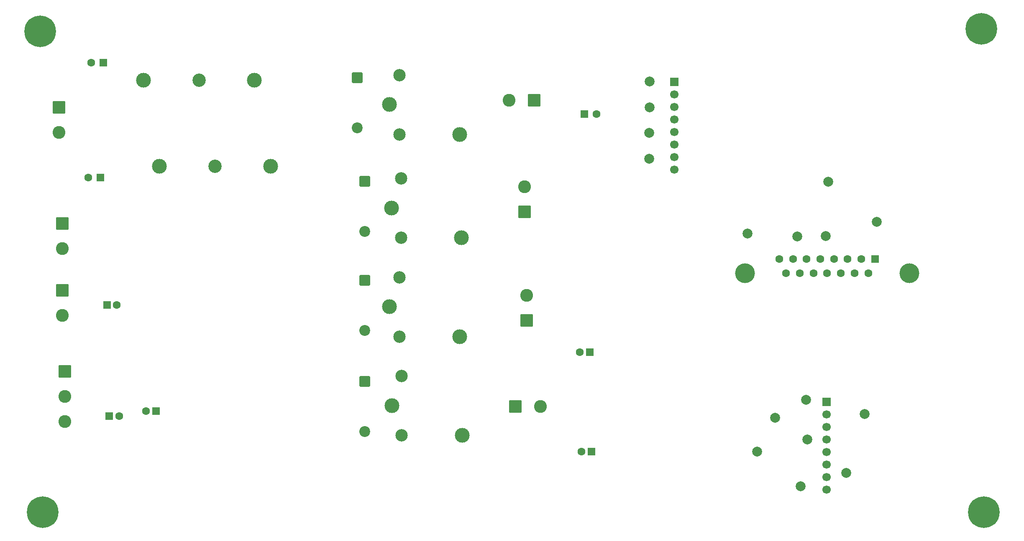
<source format=gbr>
%TF.GenerationSoftware,KiCad,Pcbnew,9.0.6*%
%TF.CreationDate,2026-01-14T23:40:17-08:00*%
%TF.ProjectId,ald_control_board,616c645f-636f-46e7-9472-6f6c5f626f61,rev?*%
%TF.SameCoordinates,Original*%
%TF.FileFunction,Soldermask,Bot*%
%TF.FilePolarity,Negative*%
%FSLAX46Y46*%
G04 Gerber Fmt 4.6, Leading zero omitted, Abs format (unit mm)*
G04 Created by KiCad (PCBNEW 9.0.6) date 2026-01-14 23:40:17*
%MOMM*%
%LPD*%
G01*
G04 APERTURE LIST*
G04 Aperture macros list*
%AMRoundRect*
0 Rectangle with rounded corners*
0 $1 Rounding radius*
0 $2 $3 $4 $5 $6 $7 $8 $9 X,Y pos of 4 corners*
0 Add a 4 corners polygon primitive as box body*
4,1,4,$2,$3,$4,$5,$6,$7,$8,$9,$2,$3,0*
0 Add four circle primitives for the rounded corners*
1,1,$1+$1,$2,$3*
1,1,$1+$1,$4,$5*
1,1,$1+$1,$6,$7*
1,1,$1+$1,$8,$9*
0 Add four rect primitives between the rounded corners*
20,1,$1+$1,$2,$3,$4,$5,0*
20,1,$1+$1,$4,$5,$6,$7,0*
20,1,$1+$1,$6,$7,$8,$9,0*
20,1,$1+$1,$8,$9,$2,$3,0*%
G04 Aperture macros list end*
%ADD10C,0.800000*%
%ADD11C,6.400000*%
%ADD12C,2.000000*%
%ADD13C,1.600000*%
%ADD14R,1.600000X1.600000*%
%ADD15C,4.000000*%
%ADD16C,2.500000*%
%ADD17C,3.000000*%
%ADD18C,2.700000*%
%ADD19RoundRect,0.249999X-0.850001X0.850001X-0.850001X-0.850001X0.850001X-0.850001X0.850001X0.850001X0*%
%ADD20C,2.200000*%
%ADD21RoundRect,0.250000X-0.550000X-0.550000X0.550000X-0.550000X0.550000X0.550000X-0.550000X0.550000X0*%
%ADD22R,1.700000X1.700000*%
%ADD23C,1.700000*%
%ADD24RoundRect,0.250000X-1.050000X1.050000X-1.050000X-1.050000X1.050000X-1.050000X1.050000X1.050000X0*%
%ADD25C,2.600000*%
%ADD26RoundRect,0.250000X0.550000X0.550000X-0.550000X0.550000X-0.550000X-0.550000X0.550000X-0.550000X0*%
%ADD27RoundRect,0.250000X1.050000X-1.050000X1.050000X1.050000X-1.050000X1.050000X-1.050000X-1.050000X0*%
%ADD28RoundRect,0.250000X1.050000X1.050000X-1.050000X1.050000X-1.050000X-1.050000X1.050000X-1.050000X0*%
%ADD29RoundRect,0.250000X-1.050000X-1.050000X1.050000X-1.050000X1.050000X1.050000X-1.050000X1.050000X0*%
G04 APERTURE END LIST*
D10*
%TO.C,REF\u002A\u002A*%
X59100000Y-47500000D03*
X59802944Y-45802944D03*
X59802944Y-49197056D03*
X61500000Y-45100000D03*
D11*
X61500000Y-47500000D03*
D10*
X61500000Y-49900000D03*
X63197056Y-45802944D03*
X63197056Y-49197056D03*
X63900000Y-47500000D03*
%TD*%
%TO.C,REF\u002A\u002A*%
X59600000Y-145000000D03*
X60302944Y-143302944D03*
X60302944Y-146697056D03*
X62000000Y-142600000D03*
D11*
X62000000Y-145000000D03*
D10*
X62000000Y-147400000D03*
X63697056Y-143302944D03*
X63697056Y-146697056D03*
X64400000Y-145000000D03*
%TD*%
%TO.C,REF\u002A\u002A*%
X250100000Y-145000000D03*
X250802944Y-143302944D03*
X250802944Y-146697056D03*
X252500000Y-142600000D03*
D11*
X252500000Y-145000000D03*
D10*
X252500000Y-147400000D03*
X254197056Y-143302944D03*
X254197056Y-146697056D03*
X254900000Y-145000000D03*
%TD*%
%TO.C,REF\u002A\u002A*%
X249600000Y-47000000D03*
X250302944Y-45302944D03*
X250302944Y-48697056D03*
X252000000Y-44600000D03*
D11*
X252000000Y-47000000D03*
D10*
X252000000Y-49400000D03*
X253697056Y-45302944D03*
X253697056Y-48697056D03*
X254400000Y-47000000D03*
%TD*%
D12*
%TO.C,TP13*%
X221000000Y-78000000D03*
%TD*%
%TO.C,TP9*%
X230834900Y-86126800D03*
%TD*%
%TO.C,TP11*%
X220522800Y-89001600D03*
%TD*%
D13*
%TO.C,J10*%
X212470100Y-96508800D03*
X215240100Y-96508800D03*
X218010100Y-96508800D03*
X220780100Y-96508800D03*
X223550100Y-96508800D03*
X226320100Y-96508800D03*
X229090100Y-96508800D03*
X211085100Y-93668800D03*
X213855100Y-93668800D03*
X216625100Y-93668800D03*
X219395100Y-93668800D03*
X222165100Y-93668800D03*
X224935100Y-93668800D03*
X227705100Y-93668800D03*
D14*
X230475100Y-93668800D03*
D15*
X237430100Y-96508800D03*
X204130100Y-96508800D03*
%TD*%
D12*
%TO.C,TP10*%
X204622100Y-88514400D03*
%TD*%
%TO.C,TP12*%
X214731600Y-89103200D03*
%TD*%
D16*
%TO.C,K1*%
X134531200Y-77344000D03*
D17*
X146731200Y-89344000D03*
D16*
X134531200Y-89344000D03*
D17*
X132581200Y-83294000D03*
%TD*%
D18*
%TO.C,F2*%
X96881200Y-74894000D03*
D17*
X108131200Y-74894000D03*
X85631200Y-74894000D03*
%TD*%
D19*
%TO.C,D1*%
X127186200Y-77948000D03*
D20*
X127186200Y-88108000D03*
%TD*%
D12*
%TO.C,TP15*%
X184861200Y-57658000D03*
%TD*%
D19*
%TO.C,D3*%
X127181400Y-97963200D03*
D20*
X127181400Y-108123200D03*
%TD*%
D19*
%TO.C,D4*%
X127186200Y-118435600D03*
D20*
X127186200Y-128595600D03*
%TD*%
D21*
%TO.C,C21*%
X171639221Y-64312800D03*
D13*
X174139221Y-64312800D03*
%TD*%
D22*
%TO.C,J9*%
X220675200Y-122631200D03*
D23*
X220675200Y-125171200D03*
X220675200Y-127711200D03*
X220675200Y-130251200D03*
X220675200Y-132791200D03*
X220675200Y-135331200D03*
X220675200Y-137871200D03*
X220675200Y-140411200D03*
%TD*%
D24*
%TO.C,J2*%
X66000000Y-86455000D03*
D25*
X66000000Y-91535000D03*
%TD*%
D12*
%TO.C,TP8*%
X215421000Y-139720800D03*
%TD*%
%TO.C,TP5*%
X216792600Y-130221200D03*
%TD*%
D26*
%TO.C,C19*%
X173075600Y-132689600D03*
D13*
X171075600Y-132689600D03*
%TD*%
D27*
%TO.C,J7*%
X160000000Y-106080000D03*
D25*
X160000000Y-101000000D03*
%TD*%
D24*
%TO.C,J3*%
X66000000Y-100000000D03*
D25*
X66000000Y-105080000D03*
%TD*%
D24*
%TO.C,J1*%
X65327500Y-62955000D03*
D25*
X65327500Y-68035000D03*
%TD*%
D21*
%TO.C,C6*%
X75000000Y-103000000D03*
D13*
X77000000Y-103000000D03*
%TD*%
D17*
%TO.C,K4*%
X132731200Y-123344000D03*
D16*
X134681200Y-129394000D03*
D17*
X146881200Y-129394000D03*
D16*
X134681200Y-117394000D03*
%TD*%
D26*
%TO.C,C16*%
X172720000Y-112572800D03*
D13*
X170720000Y-112572800D03*
%TD*%
D22*
%TO.C,J11*%
X189862000Y-57743200D03*
D23*
X189862000Y-60283200D03*
X189862000Y-62823200D03*
X189862000Y-65363200D03*
X189862000Y-67903200D03*
X189862000Y-70443200D03*
X189862000Y-72983200D03*
X189862000Y-75523200D03*
%TD*%
D19*
%TO.C,D2*%
X125686200Y-56936500D03*
D20*
X125686200Y-67096500D03*
%TD*%
D17*
%TO.C,K3*%
X132231200Y-103344000D03*
X146381200Y-109394000D03*
D16*
X134181200Y-97394000D03*
X134181200Y-109394000D03*
%TD*%
D26*
%TO.C,C10*%
X84925000Y-124500000D03*
D13*
X82925000Y-124500000D03*
%TD*%
D12*
%TO.C,TP3*%
X228375000Y-125039600D03*
%TD*%
D28*
%TO.C,J5*%
X161500000Y-61500000D03*
D25*
X156420000Y-61500000D03*
%TD*%
D26*
%TO.C,C1*%
X74306200Y-53894000D03*
D13*
X71806200Y-53894000D03*
%TD*%
D12*
%TO.C,TP7*%
X224666600Y-137028400D03*
%TD*%
%TO.C,TP16*%
X184810400Y-62890400D03*
%TD*%
%TO.C,TP1*%
X216487800Y-122194800D03*
%TD*%
D17*
%TO.C,K2*%
X132231200Y-62344000D03*
D16*
X134181200Y-68394000D03*
D17*
X146381200Y-68394000D03*
D16*
X134181200Y-56394000D03*
%TD*%
D18*
%TO.C,F1*%
X93631200Y-57394000D03*
D17*
X104881200Y-57394000D03*
X82381200Y-57394000D03*
%TD*%
D26*
%TO.C,C4*%
X73699800Y-77135200D03*
D13*
X71199800Y-77135200D03*
%TD*%
D12*
%TO.C,TP18*%
X184759600Y-73304400D03*
%TD*%
%TO.C,TP17*%
X184759600Y-68122800D03*
%TD*%
D27*
%TO.C,J6*%
X159500000Y-84080000D03*
D25*
X159500000Y-79000000D03*
%TD*%
D29*
%TO.C,J8*%
X157686200Y-123516500D03*
D25*
X162766200Y-123516500D03*
%TD*%
D12*
%TO.C,TP4*%
X210239400Y-125852400D03*
%TD*%
%TO.C,TP6*%
X206632600Y-132710400D03*
%TD*%
D21*
%TO.C,C8*%
X75500000Y-125500000D03*
D13*
X77500000Y-125500000D03*
%TD*%
D24*
%TO.C,J4*%
X66500000Y-116420000D03*
D25*
X66500000Y-121500000D03*
X66500000Y-126580000D03*
%TD*%
M02*

</source>
